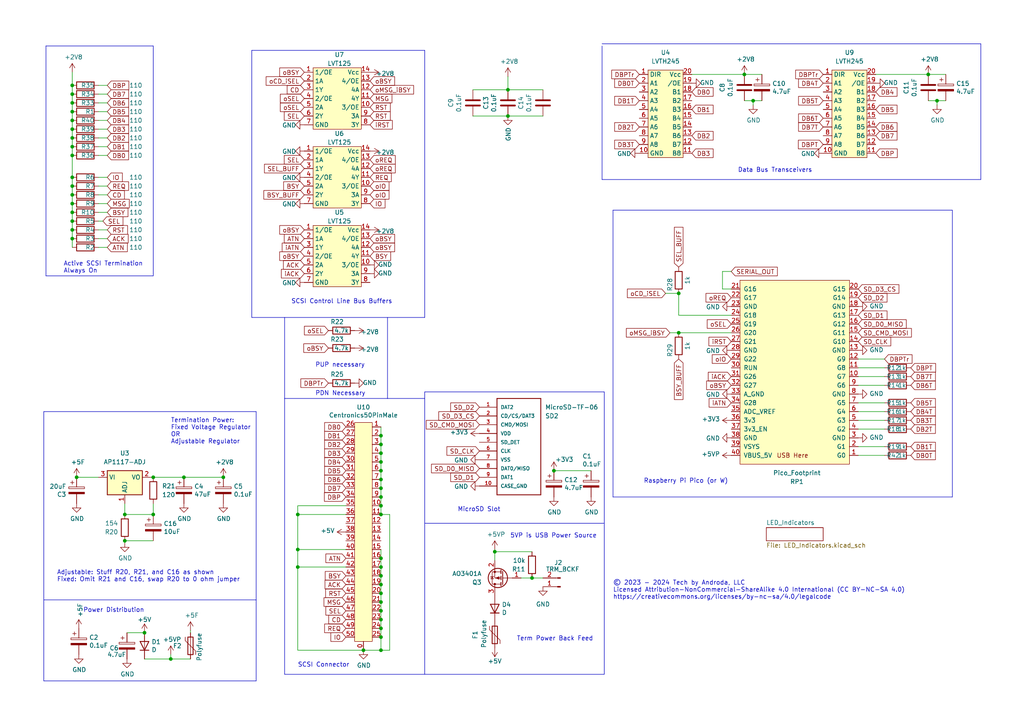
<source format=kicad_sch>
(kicad_sch (version 20231120) (generator "eeschema") (generator_version "8.0")
  (paper "A4")
  (title_block (title "BlueSCSI V2, Centronics 50 Pin, 2024.03a") (date "March 2024") (rev "1") (company "Tech by Androda, LLC"))
  (junction (at 41.91 183.515))
  (junction (at 110.49 182.245))
  (junction (at 110.49 179.705))
  (junction (at 110.49 184.785))
  (junction (at 20.955 59.055))
  (junction (at 110.49 131.445))
  (junction (at 110.49 164.465))
  (junction (at 44.45 138.43))
  (junction (at 20.955 32.385))
  (junction (at 110.49 146.685))
  (junction (at 218.44 29.21))
  (junction (at 20.955 42.545))
  (junction (at 147.32 33.655))
  (junction (at 20.955 56.515))
  (junction (at 49.53 191.135))
  (junction (at 110.49 136.525))
  (junction (at 86.36 149.225))
  (junction (at 147.32 26.035))
  (junction (at 143.51 160.02))
  (junction (at 196.85 85.09))
  (junction (at 86.36 159.385))
  (junction (at 53.34 138.43))
  (junction (at 20.955 61.595))
  (junction (at 110.49 188.595))
  (junction (at 20.955 69.215))
  (junction (at 110.49 133.985))
  (junction (at 22.225 138.43))
  (junction (at 110.49 174.625))
  (junction (at 20.955 64.135))
  (junction (at 20.955 37.465))
  (junction (at 160.655 136.525))
  (junction (at 36.195 156.845))
  (junction (at 110.49 128.905))
  (junction (at 215.9 21.59))
  (junction (at 110.49 126.365))
  (junction (at 64.77 138.43))
  (junction (at 269.24 21.59))
  (junction (at 20.955 34.925))
  (junction (at 86.36 164.465))
  (junction (at 110.49 167.005))
  (junction (at 110.49 141.605))
  (junction (at 20.955 29.845))
  (junction (at 110.49 169.545))
  (junction (at 196.85 96.52))
  (junction (at 110.49 161.925))
  (junction (at 20.955 40.005))
  (junction (at 271.78 29.21))
  (junction (at 20.955 24.765))
  (junction (at 110.49 177.165))
  (junction (at 44.45 149.225))
  (junction (at 20.955 45.085))
  (junction (at 36.195 149.225))
  (junction (at 110.49 144.145))
  (junction (at 20.955 51.435))
  (junction (at 20.955 27.305))
  (junction (at 110.49 172.085))
  (junction (at 105.41 188.595))
  (junction (at 154.305 167.64))
  (junction (at 110.49 139.065))
  (junction (at 110.49 149.225))
  (junction (at 20.955 53.975))
  (junction (at 20.955 66.675))
  (wire (pts (xy 194.31 96.52) (xy 196.85 96.52)))
  (wire (pts (xy 215.9 21.59) (xy 200.66 21.59)))
  (wire (pts (xy 110.49 141.605) (xy 110.49 144.145)))
  (polyline (pts (xy 74.295 173.99) (xy 74.295 119.38)))
  (wire (pts (xy 110.49 161.925) (xy 110.49 164.465)))
  (wire (pts (xy 43.815 138.43) (xy 44.45 138.43)))
  (wire (pts (xy 36.195 156.845) (xy 44.45 156.845)))
  (wire (pts (xy 100.33 159.385) (xy 86.36 159.385)))
  (polyline (pts (xy 175.26 151.765) (xy 175.26 113.665)))
  (wire (pts (xy 110.49 126.365) (xy 110.49 128.905)))
  (polyline (pts (xy 13.335 80.01) (xy 44.45 80.01)))
  (wire (pts (xy 271.78 29.21) (xy 271.78 30.48)))
  (wire (pts (xy 154.305 167.64) (xy 151.13 167.64)))
  (wire (pts (xy 20.955 24.765) (xy 20.955 27.305)))
  (wire (pts (xy 20.955 42.545) (xy 20.955 45.085)))
  (wire (pts (xy 49.53 191.135) (xy 55.245 191.135)))
  (polyline (pts (xy 74.295 197.485) (xy 74.295 173.99)))
  (wire (pts (xy 28.575 64.135) (xy 29.845 64.135)))
  (wire (pts (xy 269.24 29.21) (xy 271.78 29.21)))
  (wire (pts (xy 20.955 34.925) (xy 20.955 37.465)))
  (wire (pts (xy 215.9 29.21) (xy 218.44 29.21)))
  (polyline (pts (xy 74.295 173.99) (xy 74.295 173.99)))
  (wire (pts (xy 110.49 131.445) (xy 110.49 133.985)))
  (polyline (pts (xy 12.7 197.485) (xy 74.295 197.485)))
  (wire (pts (xy 147.32 33.655) (xy 157.48 33.655)))
  (wire (pts (xy 137.16 26.035) (xy 147.32 26.035)))
  (wire (pts (xy 110.49 128.905) (xy 110.49 131.445)))
  (wire (pts (xy 100.33 164.465) (xy 86.36 164.465)))
  (wire (pts (xy 28.575 42.545) (xy 31.115 42.545)))
  (polyline (pts (xy 177.8 60.96) (xy 177.8 144.145)))
  (wire (pts (xy 160.655 136.525) (xy 171.45 136.525)))
  (wire (pts (xy 248.92 119.38) (xy 256.54 119.38)))
  (wire (pts (xy 248.92 129.54) (xy 256.54 129.54)))
  (wire (pts (xy 248.92 111.76) (xy 256.54 111.76)))
  (wire (pts (xy 113.03 149.225) (xy 113.03 188.595)))
  (wire (pts (xy 110.49 159.385) (xy 110.49 161.925)))
  (wire (pts (xy 86.36 159.385) (xy 86.36 164.465)))
  (wire (pts (xy 31.115 59.055) (xy 28.575 59.055)))
  (polyline (pts (xy 175.26 195.58) (xy 175.26 151.765)))
  (polyline (pts (xy 12.7 119.38) (xy 74.295 119.38)))
  (wire (pts (xy 248.92 121.92) (xy 256.54 121.92)))
  (wire (pts (xy 110.49 169.545) (xy 110.49 172.085)))
  (wire (pts (xy 143.51 160.02) (xy 143.51 162.56)))
  (wire (pts (xy 28.575 40.005) (xy 31.115 40.005)))
  (polyline (pts (xy 12.7 173.99) (xy 74.295 173.99)))
  (polyline (pts (xy 276.225 144.145) (xy 177.8 144.145)))
  (wire (pts (xy 20.955 59.055) (xy 20.955 61.595)))
  (polyline (pts (xy 44.45 80.01) (xy 44.45 13.335)))
  (polyline (pts (xy 12.7 119.38) (xy 12.7 173.99)))
  (wire (pts (xy 212.09 91.44) (xy 196.85 91.44)))
  (polyline (pts (xy 73.025 14.605) (xy 123.19 14.605)))
  (polyline (pts (xy 73.025 92.075) (xy 123.19 92.075)))
  (wire (pts (xy 215.9 21.59) (xy 220.98 21.59)))
  (wire (pts (xy 193.04 85.09) (xy 196.85 85.09)))
  (wire (pts (xy 110.49 182.245) (xy 110.49 184.785)))
  (wire (pts (xy 28.575 53.975) (xy 31.115 53.975)))
  (wire (pts (xy 110.49 174.625) (xy 110.49 177.165)))
  (wire (pts (xy 36.195 146.05) (xy 36.195 149.225)))
  (wire (pts (xy 28.575 27.305) (xy 31.115 27.305)))
  (wire (pts (xy 86.36 146.685) (xy 86.36 149.225)))
  (wire (pts (xy 31.115 51.435) (xy 28.575 51.435)))
  (wire (pts (xy 20.955 27.305) (xy 20.955 29.845)))
  (wire (pts (xy 31.115 34.925) (xy 28.575 34.925)))
  (wire (pts (xy 20.955 32.385) (xy 20.955 34.925)))
  (wire (pts (xy 218.44 29.21) (xy 218.44 30.48)))
  (wire (pts (xy 31.115 37.465) (xy 28.575 37.465)))
  (wire (pts (xy 212.09 78.74) (xy 209.55 78.74)))
  (wire (pts (xy 20.955 66.675) (xy 20.955 69.215)))
  (wire (pts (xy 196.85 91.44) (xy 196.85 85.09)))
  (wire (pts (xy 110.49 133.985) (xy 110.49 136.525)))
  (polyline (pts (xy 174.625 13.335) (xy 174.625 52.07)))
  (wire (pts (xy 20.955 45.085) (xy 20.955 51.435)))
  (wire (pts (xy 28.575 66.675) (xy 31.115 66.675)))
  (wire (pts (xy 55.245 183.515) (xy 55.245 182.88)))
  (wire (pts (xy 196.85 96.52) (xy 212.09 96.52)))
  (wire (pts (xy 110.49 164.465) (xy 110.49 167.005)))
  (polyline (pts (xy 123.19 115.57) (xy 112.395 115.57)))
  (wire (pts (xy 110.49 177.165) (xy 110.49 179.705)))
  (polyline (pts (xy 13.335 13.335) (xy 44.45 13.335)))
  (wire (pts (xy 20.955 61.595) (xy 20.955 64.135)))
  (polyline (pts (xy 112.395 115.57) (xy 112.395 92.075)))
  (wire (pts (xy 209.55 78.74) (xy 209.55 83.82)))
  (wire (pts (xy 154.305 167.64) (xy 157.48 167.64)))
  (wire (pts (xy 110.49 188.595) (xy 105.41 188.595)))
  (wire (pts (xy 53.34 138.43) (xy 64.77 138.43)))
  (polyline (pts (xy 13.335 13.335) (xy 13.335 80.01)))
  (wire (pts (xy 147.32 26.035) (xy 157.48 26.035)))
  (wire (pts (xy 49.53 189.865) (xy 49.53 191.135)))
  (polyline (pts (xy 123.19 92.075) (xy 123.19 14.605)))
  (wire (pts (xy 248.92 116.84) (xy 256.54 116.84)))
  (wire (pts (xy 110.49 123.825) (xy 110.49 126.365)))
  (wire (pts (xy 20.955 20.955) (xy 20.955 24.765)))
  (wire (pts (xy 41.91 191.135) (xy 49.53 191.135)))
  (wire (pts (xy 36.195 156.845) (xy 36.195 157.48)))
  (polyline (pts (xy 177.8 60.96) (xy 276.225 60.96)))
  (wire (pts (xy 218.44 29.21) (xy 220.98 29.21)))
  (polyline (pts (xy 123.19 195.58) (xy 123.19 115.57)))
  (wire (pts (xy 31.115 45.085) (xy 28.575 45.085)))
  (wire (pts (xy 110.49 146.685) (xy 110.49 149.225)))
  (wire (pts (xy 110.49 172.085) (xy 110.49 174.625)))
  (wire (pts (xy 100.33 149.225) (xy 86.36 149.225)))
  (wire (pts (xy 147.32 22.225) (xy 147.32 26.035)))
  (wire (pts (xy 113.03 188.595) (xy 110.49 188.595)))
  (polyline (pts (xy 73.025 14.605) (xy 73.025 92.075)))
  (wire (pts (xy 28.575 138.43) (xy 22.225 138.43)))
  (wire (pts (xy 248.92 124.46) (xy 256.54 124.46)))
  (wire (pts (xy 110.49 144.145) (xy 110.49 146.685)))
  (polyline (pts (xy 12.7 173.99) (xy 12.7 197.485)))
  (wire (pts (xy 31.115 61.595) (xy 28.575 61.595)))
  (polyline (pts (xy 123.19 195.58) (xy 175.26 195.58)))
  (wire (pts (xy 110.49 149.225) (xy 113.03 149.225)))
  (wire (pts (xy 28.575 32.385) (xy 31.115 32.385)))
  (polyline (pts (xy 175.26 113.665) (xy 123.19 113.665)))
  (polyline (pts (xy 82.55 115.57) (xy 82.55 195.58)))
  (wire (pts (xy 248.92 104.14) (xy 256.54 104.14)))
  (wire (pts (xy 20.955 29.845) (xy 20.955 32.385)))
  (wire (pts (xy 248.92 109.22) (xy 256.54 109.22)))
  (wire (pts (xy 86.36 188.595) (xy 105.41 188.595)))
  (wire (pts (xy 110.49 139.065) (xy 110.49 141.605)))
  (polyline (pts (xy 82.55 195.58) (xy 123.19 195.58)))
  (wire (pts (xy 248.92 132.08) (xy 256.54 132.08)))
  (polyline (pts (xy 174.625 52.07) (xy 284.48 52.07)))
  (wire (pts (xy 28.575 24.765) (xy 31.115 24.765)))
  (wire (pts (xy 110.49 179.705) (xy 110.49 182.245)))
  (polyline (pts (xy 123.19 151.765) (xy 175.26 151.765)))
  (wire (pts (xy 20.955 53.975) (xy 20.955 56.515)))
  (wire (pts (xy 20.955 56.515) (xy 20.955 59.055)))
  (wire (pts (xy 110.49 167.005) (xy 110.49 169.545)))
  (wire (pts (xy 28.575 71.755) (xy 31.115 71.755)))
  (wire (pts (xy 31.115 69.215) (xy 28.575 69.215)))
  (wire (pts (xy 209.55 83.82) (xy 212.09 83.82)))
  (wire (pts (xy 248.92 106.68) (xy 256.54 106.68)))
  (wire (pts (xy 271.78 29.21) (xy 274.32 29.21)))
  (wire (pts (xy 110.49 184.785) (xy 110.49 188.595)))
  (wire (pts (xy 36.195 149.225) (xy 44.45 149.225)))
  (wire (pts (xy 44.45 138.43) (xy 53.34 138.43)))
  (polyline (pts (xy 284.48 52.07) (xy 284.48 12.7)))
  (wire (pts (xy 143.51 159.385) (xy 143.51 160.02)))
  (polyline (pts (xy 174.625 12.7) (xy 284.48 12.7)))
  (wire (pts (xy 269.24 21.59) (xy 274.32 21.59)))
  (wire (pts (xy 110.49 136.525) (xy 110.49 139.065)))
  (wire (pts (xy 20.955 51.435) (xy 20.955 53.975)))
  (polyline (pts (xy 123.19 113.665) (xy 123.19 115.57)))
  (polyline (pts (xy 276.225 60.96) (xy 276.225 144.145)))
  (wire (pts (xy 86.36 149.225) (xy 86.36 159.385)))
  (wire (pts (xy 20.955 64.135) (xy 20.955 66.675)))
  (wire (pts (xy 100.33 146.685) (xy 86.36 146.685)))
  (wire (pts (xy 137.16 33.655) (xy 147.32 33.655)))
  (wire (pts (xy 20.955 69.215) (xy 20.955 71.755)))
  (wire (pts (xy 28.575 56.515) (xy 31.115 56.515)))
  (wire (pts (xy 20.955 37.465) (xy 20.955 40.005)))
  (wire (pts (xy 44.45 146.05) (xy 44.45 149.225)))
  (polyline (pts (xy 82.55 115.57) (xy 112.395 115.57)))
  (wire (pts (xy 31.115 29.845) (xy 28.575 29.845)))
  (wire (pts (xy 36.83 183.515) (xy 41.91 183.515)))
  (polyline (pts (xy 82.55 92.075) (xy 82.55 115.57)))
  (wire (pts (xy 20.955 40.005) (xy 20.955 42.545)))
  (wire (pts (xy 269.24 21.59) (xy 254 21.59)))
  (wire (pts (xy 86.36 164.465) (xy 86.36 188.595)))
  (wire (pts (xy 154.305 160.02) (xy 143.51 160.02)))
  (text "Data Bus Transceivers" (at 213.995 50.165 0) (effects (font (size 1.27 1.27)) (justify left bottom)))
  (text "Termination Power:\nFixed Voltage Regulator\nOR\nAdjustable Regulator" (at 49.53 128.905 0) (effects (font (size 1.27 1.27)) (justify left bottom)))
  (text "Active SCSI Termination\nAlways On" (at 18.415 79.375 0) (effects (font (size 1.27 1.27)) (justify left bottom)))
  (text "© 2023 - 2024 Tech by Androda, LLC\nLicensed Attribution-NonCommercial-ShareAlike 4.0 International (CC BY-NC-SA 4.0)\nhttps://creativecommons.org/licenses/by-nc-sa/4.0/legalcode" (at 177.8 173.99 0) (effects (font (size 1.27 1.27)) (justify left bottom)))
  (text "Raspberry Pi Pico (or W)" (at 186.69 140.335 0) (effects (font (size 1.27 1.27)) (justify left bottom)))
  (text "Power Distribution" (at 24.13 177.8 0) (effects (font (size 1.27 1.27)) (justify left bottom)))
  (text "MicroSD Slot" (at 132.715 148.59 0) (effects (font (size 1.27 1.27)) (justify left bottom)))
  (text "SCSI Control Line Bus Buffers" (at 84.455 88.265 0) (effects (font (size 1.27 1.27)) (justify left bottom)))
  (text "SCSI Connector" (at 86.36 193.675 0) (effects (font (size 1.27 1.27)) (justify left bottom)))
  (text "5VP is USB Power Source" (at 147.955 156.21 0) (effects (font (size 1.27 1.27)) (justify left bottom)))
  (text "PDN Necessary" (at 91.44 114.935 0) (effects (font (size 1.27 1.27)) (justify left bottom)))
  (text "Term Power Back Feed" (at 149.86 186.055 0) (effects (font (size 1.27 1.27)) (justify left bottom)))
  (text "Adjustable: Stuff R20, R21, and C16 as shown\nFixed: Omit R21 and C16, swap R20 to 0 ohm jumper" (at 16.51 168.91 0) (effects (font (size 1.27 1.27)) (justify left bottom)))
  (text "PUP necessary" (at 91.44 106.68 0) (effects (font (size 1.27 1.27)) (justify left bottom)))
  (global_label "RST" (shape input) (at 31.115 66.675 0) (property "Intersheetrefs" "${INTERSHEET_REFS}" (effects (hide yes))))
  (global_label "oSEL" (shape input) (at 95.25 95.885 180) (property "Intersheetrefs" "${INTERSHEET_REFS}" (effects (hide yes))))
  (global_label "CD" (shape input) (at 100.33 179.705 180) (property "Intersheetrefs" "${INTERSHEET_REFS}" (effects (hide yes))))
  (global_label "MSG" (shape input) (at 107.315 28.575 0) (property "Intersheetrefs" "${INTERSHEET_REFS}" (effects (hide yes))))
  (global_label "SEL" (shape input) (at 29.845 64.135 0) (property "Intersheetrefs" "${INTERSHEET_REFS}" (effects (hide yes))))
  (global_label "DB7T" (shape input) (at 238.76 36.83 180) (property "Intersheetrefs" "${INTERSHEET_REFS}" (effects (hide yes))))
  (global_label "DB3" (shape input) (at 200.66 44.45 0) (property "Intersheetrefs" "${INTERSHEET_REFS}" (effects (hide yes))))
  (global_label "SD_D1" (shape input) (at 139.065 138.43 180) (property "Intersheetrefs" "${INTERSHEET_REFS}" (effects (hide yes))))
  (global_label "oBSY" (shape input) (at 107.315 23.495 0) (property "Intersheetrefs" "${INTERSHEET_REFS}" (effects (hide yes))))
  (global_label "DB6" (shape input) (at 254 36.83 0) (property "Intersheetrefs" "${INTERSHEET_REFS}" (effects (hide yes))))
  (global_label "SD_CLK" (shape input) (at 139.065 130.81 180) (property "Intersheetrefs" "${INTERSHEET_REFS}" (effects (hide yes))))
  (global_label "DB2T" (shape input) (at 185.42 36.83 180) (property "Intersheetrefs" "${INTERSHEET_REFS}" (effects (hide yes))))
  (global_label "DBP" (shape input) (at 100.33 144.145 180) (property "Intersheetrefs" "${INTERSHEET_REFS}" (effects (hide yes))))
  (global_label "IO" (shape input) (at 100.33 184.785 180) (property "Intersheetrefs" "${INTERSHEET_REFS}" (effects (hide yes))))
  (global_label "DB4" (shape input) (at 254 26.67 0) (property "Intersheetrefs" "${INTERSHEET_REFS}" (effects (hide yes))))
  (global_label "CD" (shape input) (at 88.265 26.035 180) (property "Intersheetrefs" "${INTERSHEET_REFS}" (effects (hide yes))))
  (global_label "DB1" (shape input) (at 31.115 42.545 0) (property "Intersheetrefs" "${INTERSHEET_REFS}" (effects (hide yes))))
  (global_label "DB1T" (shape input) (at 264.16 129.54 0) (property "Intersheetrefs" "${INTERSHEET_REFS}" (effects (hide yes))))
  (global_label "DB2" (shape input) (at 100.33 128.905 180) (property "Intersheetrefs" "${INTERSHEET_REFS}" (effects (hide yes))))
  (global_label "oIO" (shape input) (at 212.09 104.14 180) (property "Intersheetrefs" "${INTERSHEET_REFS}" (effects (hide yes))))
  (global_label "oBSY" (shape input) (at 107.315 71.755 0) (property "Intersheetrefs" "${INTERSHEET_REFS}" (effects (hide yes))))
  (global_label "DB3" (shape input) (at 31.115 37.465 0) (property "Intersheetrefs" "${INTERSHEET_REFS}" (effects (hide yes))))
  (global_label "DBPTr" (shape input) (at 95.25 111.125 180) (property "Intersheetrefs" "${INTERSHEET_REFS}" (effects (hide yes))))
  (global_label "DB5T" (shape input) (at 238.76 29.21 180) (property "Intersheetrefs" "${INTERSHEET_REFS}" (effects (hide yes))))
  (global_label "DB1T" (shape input) (at 185.42 29.21 180) (property "Intersheetrefs" "${INTERSHEET_REFS}" (effects (hide yes))))
  (global_label "SEL_BUFF" (shape input) (at 196.85 77.47 90) (property "Intersheetrefs" "${INTERSHEET_REFS}" (effects (hide yes))))
  (global_label "oMSG_iBSY" (shape input) (at 107.315 26.035 0) (property "Intersheetrefs" "${INTERSHEET_REFS}" (effects (hide yes))))
  (global_label "CD" (shape input) (at 31.115 56.515 0) (property "Intersheetrefs" "${INTERSHEET_REFS}" (effects (hide yes))))
  (global_label "DB6T" (shape input) (at 238.76 34.29 180) (property "Intersheetrefs" "${INTERSHEET_REFS}" (effects (hide yes))))
  (global_label "oREQ" (shape input) (at 107.315 46.355 0) (property "Intersheetrefs" "${INTERSHEET_REFS}" (effects (hide yes))))
  (global_label "BSY" (shape input) (at 107.315 74.295 0) (property "Intersheetrefs" "${INTERSHEET_REFS}" (effects (hide yes))))
  (global_label "REQ" (shape input) (at 31.115 53.975 0) (property "Intersheetrefs" "${INTERSHEET_REFS}" (effects (hide yes))))
  (global_label "ACK" (shape input) (at 88.265 76.835 180) (property "Intersheetrefs" "${INTERSHEET_REFS}" (effects (hide yes))))
  (global_label "iRST" (shape input) (at 107.315 36.195 0) (property "Intersheetrefs" "${INTERSHEET_REFS}" (effects (hide yes))))
  (global_label "DB1" (shape input) (at 100.33 126.365 180) (property "Intersheetrefs" "${INTERSHEET_REFS}" (effects (hide yes))))
  (global_label "iATN" (shape input) (at 88.265 71.755 180) (property "Intersheetrefs" "${INTERSHEET_REFS}" (effects (hide yes))))
  (global_label "oBSY" (shape input) (at 88.265 20.955 180) (property "Intersheetrefs" "${INTERSHEET_REFS}" (effects (hide yes))))
  (global_label "oBSY" (shape input) (at 88.265 66.675 180) (property "Intersheetrefs" "${INTERSHEET_REFS}" (effects (hide yes))))
  (global_label "DBP" (shape input) (at 31.115 24.765 0) (property "Intersheetrefs" "${INTERSHEET_REFS}" (effects (hide yes))))
  (global_label "RST" (shape input) (at 107.315 33.655 0) (property "Intersheetrefs" "${INTERSHEET_REFS}" (effects (hide yes))))
  (global_label "oBSY" (shape input) (at 88.265 74.295 180) (property "Intersheetrefs" "${INTERSHEET_REFS}" (effects (hide yes))))
  (global_label "DBPTr" (shape input) (at 185.42 21.59 180) (property "Intersheetrefs" "${INTERSHEET_REFS}" (effects (hide yes))))
  (global_label "oBSY" (shape input) (at 107.315 69.215 0) (property "Intersheetrefs" "${INTERSHEET_REFS}" (effects (hide yes))))
  (global_label "DB7T" (shape input) (at 264.16 109.22 0) (property "Intersheetrefs" "${INTERSHEET_REFS}" (effects (hide yes))))
  (global_label "SERIAL_OUT" (shape input) (at 212.09 78.74 0) (property "Intersheetrefs" "${INTERSHEET_REFS}" (effects (hide yes))))
  (global_label "BSY" (shape input) (at 100.33 167.005 180) (property "Intersheetrefs" "${INTERSHEET_REFS}" (effects (hide yes))))
  (global_label "RST" (shape input) (at 107.315 31.115 0) (property "Intersheetrefs" "${INTERSHEET_REFS}" (effects (hide yes))))
  (global_label "DB7" (shape input) (at 31.115 27.305 0) (property "Intersheetrefs" "${INTERSHEET_REFS}" (effects (hide yes))))
  (global_label "SD_D0_MISO" (shape input) (at 248.92 93.98 0) (property "Intersheetrefs" "${INTERSHEET_REFS}" (effects (hide yes))))
  (global_label "DB6" (shape input) (at 100.33 139.065 180) (property "Intersheetrefs" "${INTERSHEET_REFS}" (effects (hide yes))))
  (global_label "DB2" (shape input) (at 31.115 40.005 0) (property "Intersheetrefs" "${INTERSHEET_REFS}" (effects (hide yes))))
  (global_label "DB3T" (shape input) (at 185.42 41.91 180) (property "Intersheetrefs" "${INTERSHEET_REFS}" (effects (hide yes))))
  (global_label "DB4" (shape input) (at 31.115 34.925 0) (property "Intersheetrefs" "${INTERSHEET_REFS}" (effects (hide yes))))
  (global_label "DB0T" (shape input) (at 185.42 24.13 180) (property "Intersheetrefs" "${INTERSHEET_REFS}" (effects (hide yes))))
  (global_label "oSEL" (shape input) (at 88.265 31.115 180) (property "Intersheetrefs" "${INTERSHEET_REFS}" (effects (hide yes))))
  (global_label "oIO" (shape input) (at 107.315 56.515 0) (property "Intersheetrefs" "${INTERSHEET_REFS}" (effects (hide yes))))
  (global_label "DB5" (shape input) (at 31.115 32.385 0) (property "Intersheetrefs" "${INTERSHEET_REFS}" (effects (hide yes))))
  (global_label "SD_D3_CS" (shape input) (at 248.92 83.82 0) (property "Intersheetrefs" "${INTERSHEET_REFS}" (effects (hide yes))))
  (global_label "oMSG_iBSY" (shape input) (at 194.31 96.52 180) (property "Intersheetrefs" "${INTERSHEET_REFS}" (effects (hide yes))))
  (global_label "BSY" (shape input) (at 88.265 53.975 180) (property "Intersheetrefs" "${INTERSHEET_REFS}" (effects (hide yes))))
  (global_label "DBPT" (shape input) (at 238.76 41.91 180) (property "Intersheetrefs" "${INTERSHEET_REFS}" (effects (hide yes))))
  (global_label "SD_CMD_MOSI" (shape input) (at 139.065 123.19 180) (property "Intersheetrefs" "${INTERSHEET_REFS}" (effects (hide yes))))
  (global_label "SEL" (shape input) (at 88.265 33.655 180) (property "Intersheetrefs" "${INTERSHEET_REFS}" (effects (hide yes))))
  (global_label "BSY" (shape input) (at 31.115 61.595 0) (property "Intersheetrefs" "${INTERSHEET_REFS}" (effects (hide yes))))
  (global_label "DBPTr" (shape input) (at 256.54 104.14 0) (property "Intersheetrefs" "${INTERSHEET_REFS}" (effects (hide yes))))
  (global_label "oIO" (shape input) (at 107.315 53.975 0) (property "Intersheetrefs" "${INTERSHEET_REFS}" (effects (hide yes))))
  (global_label "DB7" (shape input) (at 100.33 141.605 180) (property "Intersheetrefs" "${INTERSHEET_REFS}" (effects (hide yes))))
  (global_label "oCD_iSEL" (shape input) (at 88.265 23.495 180) (property "Intersheetrefs" "${INTERSHEET_REFS}" (effects (hide yes))))
  (global_label "SD_CMD_MOSI" (shape input) (at 248.92 96.52 0) (property "Intersheetrefs" "${INTERSHEET_REFS}" (effects (hide yes))))
  (global_label "iRST" (shape input) (at 212.09 99.06 180) (property "Intersheetrefs" "${INTERSHEET_REFS}" (effects (hide yes))))
  (global_label "SEL_BUFF" (shape input) (at 88.265 48.895 180) (property "Intersheetrefs" "${INTERSHEET_REFS}" (effects (hide yes))))
  (global_label "DB0" (shape input) (at 100.33 123.825 180) (property "Intersheetrefs" "${INTERSHEET_REFS}" (effects (hide yes))))
  (global_label "DB7" (shape input) (at 254 39.37 0) (property "Intersheetrefs" "${INTERSHEET_REFS}" (effects (hide yes))))
  (global_label "DB6T" (shape input) (at 264.16 111.76 0) (property "Intersheetrefs" "${INTERSHEET_REFS}" (effects (hide yes))))
  (global_label "iACK" (shape input) (at 88.265 79.375 180) (property "Intersheetrefs" "${INTERSHEET_REFS}" (effects (hide yes))))
  (global_label "iATN" (shape input) (at 212.09 116.84 180) (property "Intersheetrefs" "${INTERSHEET_REFS}" (effects (hide yes))))
  (global_label "MSG" (shape input) (at 31.115 59.055 0) (property "Intersheetrefs" "${INTERSHEET_REFS}" (effects (hide yes))))
  (global_label "SD_D1" (shape input) (at 248.92 91.44 0) (property "Intersheetrefs" "${INTERSHEET_REFS}" (effects (hide yes))))
  (global_label "oSEL" (shape input) (at 212.09 93.98 180) (property "Intersheetrefs" "${INTERSHEET_REFS}" (effects (hide yes))))
  (global_label "ACK" (shape input) (at 31.115 69.215 0) (property "Intersheetrefs" "${INTERSHEET_REFS}" (effects (hide yes))))
  (global_label "DB5T" (shape input) (at 264.16 116.84 0) (property "Intersheetrefs" "${INTERSHEET_REFS}" (effects (hide yes))))
  (global_label "DB5" (shape input) (at 254 31.75 0) (property "Intersheetrefs" "${INTERSHEET_REFS}" (effects (hide yes))))
  (global_label "oSEL" (shape input) (at 88.265 28.575 180) (property "Intersheetrefs" "${INTERSHEET_REFS}" (effects (hide yes))))
  (global_label "DB5" (shape input) (at 100.33 136.525 180) (property "Intersheetrefs" "${INTERSHEET_REFS}" (effects (hide yes))))
  (global_label "DB2" (shape input) (at 200.66 39.37 0) (property "Intersheetrefs" "${INTERSHEET_REFS}" (effects (hide yes))))
  (global_label "SD_D0_MISO" (shape input) (at 139.065 135.89 180) (property "Intersheetrefs" "${INTERSHEET_REFS}" (effects (hide yes))))
  (global_label "SD_D2" (shape input) (at 248.92 86.36 0) (property "Intersheetrefs" "${INTERSHEET_REFS}" (effects (hide yes))))
  (global_label "SD_CLK" (shape input) (at 248.92 99.06 0) (property "Intersheetrefs" "${INTERSHEET_REFS}" (effects (hide yes))))
  (global_label "DB2T" (shape input) (at 264.16 124.46 0) (property "Intersheetrefs" "${INTERSHEET_REFS}" (effects (hide yes))))
  (global_label "oCD_iSEL" (shape input) (at 193.04 85.09 180) (property "Intersheetrefs" "${INTERSHEET_REFS}" (effects (hide yes))))
  (global_label "SD_D3_CS" (shape input) (at 139.065 120.65 180) (property "Intersheetrefs" "${INTERSHEET_REFS}" (effects (hide yes))))
  (global_label "REQ" (shape input) (at 107.315 51.435 0) (property "Intersheetrefs" "${INTERSHEET_REFS}" (effects (hide yes))))
  (global_label "oBSY" (shape input) (at 212.09 111.76 180) (property "Intersheetrefs" "${INTERSHEET_REFS}" (effects (hide yes))))
  (global_label "REQ" (shape input) (at 100.33 182.245 180) (property "Intersheetrefs" "${INTERSHEET_REFS}" (effects (hide yes))))
  (global_label "ATN" (shape input) (at 100.33 161.925 180) (property "Intersheetrefs" "${INTERSHEET_REFS}" (effects (hide yes))))
  (global_label "oREQ" (shape input) (at 107.315 48.895 0) (property "Intersheetrefs" "${INTERSHEET_REFS}" (effects (hide yes))))
  (global_label "BSY_BUFF" (shape input) (at 88.265 56.515 180) (property "Intersheetrefs" "${INTERSHEET_REFS}" (effects (hide yes))))
  (global_label "MSG" (shape input) (at 100.33 174.625 180) (property "Intersheetrefs" "${INTERSHEET_REFS}" (effects (hide yes))))
  (global_label "DB0" (shape input) (at 31.115 45.085 0) (property "Intersheetrefs" "${INTERSHEET_REFS}" (effects (hide yes))))
  (global_label "DB3T" (shape input) (at 264.16 121.92 0) (property "Intersheetrefs" "${INTERSHEET_REFS}" (effects (hide yes))))
  (global_label "oBSY" (shape input) (at 95.25 100.965 180) (property "Intersheetrefs" "${INTERSHEET_REFS}" (effects (hide yes))))
  (global_label "IO" (shape input) (at 31.115 51.435 0) (property "Intersheetrefs" "${INTERSHEET_REFS}" (effects (hide yes))))
  (global_label "RST" (shape input) (at 100.33 172.085 180) (property "Intersheetrefs" "${INTERSHEET_REFS}" (effects (hide yes))))
  (global_label "SEL" (shape input) (at 88.265 46.355 180) (property "Intersheetrefs" "${INTERSHEET_REFS}" (effects (hide yes))))
  (global_label "DBPT" (shape input) (at 264.16 106.68 0) (property "Intersheetrefs" "${INTERSHEET_REFS}" (effects (hide yes))))
  (global_label "ACK" (shape input) (at 100.33 169.545 180) (property "Intersheetrefs" "${INTERSHEET_REFS}" (effects (hide yes))))
  (global_label "oREQ" (shape input) (at 212.09 86.36 180) (property "Intersheetrefs" "${INTERSHEET_REFS}" (effects (hide yes))))
  (global_label "DB6" (shape input) (at 31.115 29.845 0) (property "Intersheetrefs" "${INTERSHEET_REFS}" (effects (hide yes))))
  (global_label "ATN" (shape input) (at 88.265 69.215 180) (property "Intersheetrefs" "${INTERSHEET_REFS}" (effects (hide yes))))
  (global_label "DB4T" (shape input) (at 264.16 119.38 0) (property "Intersheetrefs" "${INTERSHEET_REFS}" (effects (hide yes))))
  (global_label "BSY_BUFF" (shape input) (at 196.85 104.14 270) (property "Intersheetrefs" "${INTERSHEET_REFS}" (effects (hide yes))))
  (global_label "DB0" (shape input) (at 200.66 26.67 0) (property "Intersheetrefs" "${INTERSHEET_REFS}" (effects (hide yes))))
  (global_label "DB1" (shape input) (at 200.66 31.75 0) (property "Intersheetrefs" "${INTERSHEET_REFS}" (effects (hide yes))))
  (global_label "IO" (shape input) (at 107.315 59.055 0) (property "Intersheetrefs" "${INTERSHEET_REFS}" (effects (hide yes))))
  (global_label "SD_D2" (shape input) (at 139.065 118.11 180) (property "Intersheetrefs" "${INTERSHEET_REFS}" (effects (hide yes))))
  (global_label "DBPTr" (shape input) (at 238.76 21.59 180) (property "Intersheetrefs" "${INTERSHEET_REFS}" (effects (hide yes))))
  (global_label "SEL" (shape input) (at 100.33 177.165 180) (property "Intersheetrefs" "${INTERSHEET_REFS}" (effects (hide yes))))
  (global_label "iACK" (shape input) (at 212.09 109.22 180) (property "Intersheetrefs" "${INTERSHEET_REFS}" (effects (hide yes))))
  (global_label "DBP" (shape input) (at 254 44.45 0) (property "Intersheetrefs" "${INTERSHEET_REFS}" (effects (hide yes))))
  (global_label "DB0T" (shape input) (at 264.16 132.08 0) (property "Intersheetrefs" "${INTERSHEET_REFS}" (effects (hide yes))))
  (global_label "ATN" (shape input) (at 31.115 71.755 0) (property "Intersheetrefs" "${INTERSHEET_REFS}" (effects (hide yes))))
  (global_label "DB4" (shape input) (at 100.33 133.985 180) (property "Intersheetrefs" "${INTERSHEET_REFS}" (effects (hide yes))))
  (global_label "DB3" (shape input) (at 100.33 131.445 180) (property "Intersheetrefs" "${INTERSHEET_REFS}" (effects (hide yes))))
  (global_label "DB4T" (shape input) (at 238.76 24.13 180) (property "Intersheetrefs" "${INTERSHEET_REFS}" (effects (hide yes))))
  (symbol (lib_id "power:GND") (at 36.195 157.48 0) (unit 1)
    (property "Reference" "#PWR012" (effects (hide yes)))
    (property "Value" "GND" (at 36.322 161.8742 0))
  )
  (symbol (lib_id "power:+2V8") (at 64.77 138.43 0) (unit 1)
    (property "Reference" "#PWR015" (effects (hide yes)))
    (property "Value" "+2V8" (at 65.151 134.0358 0))
  )
  (symbol (lib_id "Device:CP") (at 53.34 142.24 0) (unit 1)
    (property "Reference" "C4" (at 56.3372 141.0716 0) (effects (justify left)))
    (property "Value" "47uF" (at 56.3372 143.383 0) (effects (justify left)))
    (property "Footprint" "Capacitor_SMD:C_1206_3216Metric_Pad1.42x1.75mm_HandSolder" (effects (hide yes)))
  )
  (symbol (lib_id "Device:CP") (at 22.225 142.24 0) (unit 1)
    (property "Reference" "C3" (at 19.2278 143.4084 0) (effects (justify right)))
    (property "Value" "20uF" (at 19.2278 141.097 0) (effects (justify right)))
    (property "Footprint" "Capacitor_SMD:C_1206_3216Metric_Pad1.42x1.75mm_HandSolder" (effects (hide yes)))
  )
  (symbol (lib_id "power:GND") (at 22.225 146.05 0) (unit 1)
    (property "Reference" "#PWR07" (effects (hide yes)))
    (property "Value" "GND" (at 22.352 150.4442 0))
  )
  (symbol (lib_id "power:GND") (at 53.34 146.05 0) (unit 1)
    (property "Reference" "#PWR013" (effects (hide yes)))
    (property "Value" "GND" (at 53.467 150.4442 0))
  )
  (symbol (lib_id "custom_symbols:+5V_TPWR") (at 41.91 183.515 0) (unit 1)
    (property "Reference" "#PWR019" (effects (hide yes)))
    (property "Value" "+5V" (at 41.91 179.705 0))
  )
  (symbol (lib_id "power:+3V3") (at 212.09 121.92 90) (unit 1)
    (property "Reference" "#PWR047" (effects (hide yes)))
    (property "Value" "+3V3" (at 208.8388 121.539 90) (effects (justify left)))
  )
  (symbol (lib_id "power:+5VP") (at 212.09 132.08 90) (unit 1)
    (property "Reference" "#PWR036" (effects (hide yes)))
    (property "Value" "+5VP" (at 208.8388 131.699 90) (effects (justify left)))
  )
  (symbol (lib_id "power:+5F") (at 22.225 138.43 0) (unit 1)
    (property "Reference" "#PWR06" (effects (hide yes)))
    (property "Value" "+5F" (at 22.606 134.0358 0))
  )
  (symbol (lib_id "power:+5F") (at 55.245 182.88 0) (unit 1)
    (property "Reference" "#PWR027" (effects (hide yes)))
    (property "Value" "+5F" (at 55.626 178.4858 0))
  )
  (symbol (lib_id "power:+5VP") (at 49.53 189.865 0) (unit 1)
    (property "Reference" "#PWR025" (effects (hide yes)))
    (property "Value" "+5VP" (at 49.911 185.4708 0))
  )
  (symbol (lib_id "custom_symbols:BlackSCSI") (at 231.14 135.89 180) (unit 1)
    (property "Reference" "RP1" (at 231.14 139.7 0))
    (property "Value" "Pico_Footprint" (at 231.14 137.16 0))
    (property "Footprint" "CustomFootprints:BluePillModule" (effects (hide yes)))
  )
  (symbol (lib_id "power:GND") (at 212.09 114.3 270) (unit 1)
    (property "Reference" "#PWR037" (effects (hide yes)))
    (property "Value" "GND" (at 208.8388 114.427 90) (effects (justify right)))
  )
  (symbol (lib_id "power:GND") (at 64.77 146.05 0) (unit 1)
    (property "Reference" "#PWR016" (effects (hide yes)))
    (property "Value" "GND" (at 64.897 150.4442 0))
  )
  (symbol (lib_id "Device:CP") (at 64.77 142.24 0) (unit 1)
    (property "Reference" "C5" (at 67.7672 141.0716 0) (effects (justify left)))
    (property "Value" "0.1uF" (at 67.7672 143.383 0) (effects (justify left)))
    (property "Footprint" "Capacitor_SMD:C_0603_1608Metric" (effects (hide yes)))
  )
  (symbol (lib_id "power:GND") (at 22.86 189.865 0) (unit 1)
    (property "Reference" "#PWR05" (effects (hide yes)))
    (property "Value" "GND" (at 22.987 194.2592 0))
  )
  (symbol (lib_id "Device:CP") (at 22.86 186.055 0) (unit 1)
    (property "Reference" "C2" (at 25.8572 184.8866 0) (effects (justify left)))
    (property "Value" "0.1uF" (at 25.8572 187.198 0) (effects (justify left)))
    (property "Footprint" "Capacitor_SMD:C_0603_1608Metric" (effects (hide yes)))
  )
  (symbol (lib_id "Device:D") (at 41.91 187.325 90) (unit 1)
    (property "Reference" "D1" (at 43.942 186.1566 90) (effects (justify right)))
    (property "Value" "D" (at 43.942 188.468 90) (effects (justify right)))
    (property "Footprint" "Diode_SMD:D_SMA" (effects (hide yes)))
  )
  (symbol (lib_id "power:GND") (at 36.83 191.135 0) (unit 1)
    (property "Reference" "#PWR018" (effects (hide yes)))
    (property "Value" "GND" (at 36.957 195.5292 0))
  )
  (symbol (lib_id "Device:CP") (at 36.83 187.325 0) (unit 1)
    (property "Reference" "C6" (at 31.75 187.96 0) (effects (justify left)))
    (property "Value" "4.7uF" (at 31.115 189.865 0) (effects (justify left)))
    (property "Footprint" "Capacitor_SMD:C_0603_1608Metric" (effects (hide yes)))
  )
  (symbol (lib_id "power:+3V3") (at 160.655 136.525 0) (unit 1)
    (property "Reference" "#PWR048" (effects (hide yes)))
    (property "Value" "+3V3" (at 161.036 133.2738 0) (effects (justify left)))
  )
  (symbol (lib_id "power:GND") (at 160.655 144.145 0) (unit 1)
    (property "Reference" "#PWR050" (effects (hide yes)))
    (property "Value" "GND" (at 160.782 148.5392 0))
  )
  (symbol (lib_id "Device:CP") (at 160.655 140.335 0) (unit 1)
    (property "Reference" "C12" (at 163.6522 139.1666 0) (effects (justify left)))
    (property "Value" "4.7uF" (at 163.6522 141.478 0) (effects (justify left)))
    (property "Footprint" "Capacitor_SMD:C_0603_1608Metric" (effects (hide yes)))
  )
  (symbol (lib_id "New_Library:LVT245") (at 246.38 17.78 0) (unit 1)
    (property "Reference" "U9" (at 246.38 15.24 0))
    (property "Value" "LVTH245" (at 246.38 17.78 0))
    (property "Footprint" "Package_SO:TSSOP-20_4.4x6.5mm_P0.65mm" (effects (hide yes)))
  )
  (symbol (lib_id "power:+2V8") (at 102.87 100.965 270) (unit 1)
    (property "Reference" "#PWR030" (effects (hide yes)))
    (property "Value" "+2V8" (at 107.2642 101.346 90))
  )
  (symbol (lib_id "power:GND") (at 271.78 30.48 0) (unit 1)
    (property "Reference" "#PWR022" (effects (hide yes)))
    (property "Value" "GND" (at 271.907 34.8742 0))
  )
  (symbol (lib_id "Device:R") (at 44.45 142.24 180) (unit 1)
    (property "Reference" "R21" (at 46.99 140.97 0) (effects (justify right)))
    (property "Value" "120" (at 46.99 143.51 0) (effects (justify right)))
    (property "Footprint" "Resistor_SMD:R_0805_2012Metric" (effects (hide yes)))
  )
  (symbol (lib_id "power:+3V3") (at 139.065 125.73 90) (unit 1)
    (property "Reference" "#PWR0101" (effects (hide yes)))
    (property "Value" "+3V3" (at 135.8138 125.349 90) (effects (justify left)))
  )
  (symbol (lib_id "power:GND") (at 107.315 76.835 90) (unit 1)
    (property "Reference" "#PWR03" (effects (hide yes)))
    (property "Value" "GND" (at 111.7092 76.708 90))
  )
  (symbol (lib_id "power:GND") (at 212.09 88.9 270) (unit 1)
    (property "Reference" "#PWR061" (effects (hide yes)))
    (property "Value" "GND" (at 208.8388 89.027 90) (effects (justify right)))
  )
  (symbol (lib_id "power:GND") (at 139.065 133.35 270) (unit 1)
    (property "Reference" "#PWR0103" (effects (hide yes)))
    (property "Value" "GND" (at 135.8138 133.477 90) (effects (justify right)))
  )
  (symbol (lib_id "power:GND") (at 88.265 59.055 270) (unit 1)
    (property "Reference" "#PWR033" (effects (hide yes)))
    (property "Value" "GND" (at 83.8708 59.182 90))
  )
  (symbol (lib_id "Device:R") (at 24.765 37.465 270) (unit 1)
    (property "Reference" "R39" (at 23.495 37.465 90) (effects (justify left)))
    (property "Value" "110" (at 37.465 37.465 90) (effects (justify left)))
    (property "Footprint" "Resistor_SMD:R_0603_1608Metric_Pad0.98x0.95mm_HandSolder" (effects (hide yes)))
  )
  (symbol (lib_id "power:GND") (at 248.92 88.9 90) (unit 1)
    (property "Reference" "#PWR064" (effects (hide yes)))
    (property "Value" "GND" (at 252.1712 88.773 90) (effects (justify right)))
  )
  (symbol (lib_id "Device:R") (at 24.765 27.305 270) (unit 1)
    (property "Reference" "R34" (at 23.495 27.305 90) (effects (justify left)))
    (property "Value" "110" (at 37.465 27.305 90) (effects (justify left)))
    (property "Footprint" "Resistor_SMD:R_0603_1608Metric_Pad0.98x0.95mm_HandSolder" (effects (hide yes)))
  )
  (symbol (lib_id "Device:R") (at 260.35 111.76 90) (unit 1)
    (property "Reference" "R14" (at 259.08 111.76 90))
    (property "Value" "1k" (at 261.62 111.76 90))
    (property "Footprint" "Resistor_SMD:R_0402_1005Metric_Pad0.72x0.64mm_HandSolder" (effects (hide yes)))
  )
  (symbol (lib_id "Device:CP") (at 274.32 25.4 0) (unit 1)
    (property "Reference" "C15" (at 277.3172 24.2316 0) (effects (justify left)))
    (property "Value" "4.7uF" (at 277.3172 26.543 0) (effects (justify left)))
    (property "Footprint" "Capacitor_SMD:C_0603_1608Metric" (effects (hide yes)))
  )
  (symbol (lib_id "power:GND") (at 254 24.13 90) (unit 1)
    (property "Reference" "#PWR020" (effects (hide yes)))
    (property "Value" "GND" (at 258.3942 24.003 90))
  )
  (symbol (lib_id "Device:R") (at 196.85 100.33 180) (unit 1)
    (property "Reference" "R29" (at 194.31 101.6 90))
    (property "Value" "1k" (at 199.39 100.33 90))
    (property "Footprint" "Resistor_SMD:R_0603_1608Metric_Pad0.98x0.95mm_HandSolder" (effects (hide yes)))
  )
  (symbol (lib_id "Device:R") (at 24.765 61.595 270) (unit 1)
    (property "Reference" "R10" (at 23.495 61.595 90) (effects (justify left)))
    (property "Value" "110" (at 37.465 61.595 90) (effects (justify left)))
    (property "Footprint" "Resistor_SMD:R_0603_1608Metric_Pad0.98x0.95mm_HandSolder" (effects (hide yes)))
  )
  (symbol (lib_id "Device:R") (at 24.765 53.975 270) (unit 1)
    (property "Reference" "R7" (at 24.765 53.975 90) (effects (justify left)))
    (property "Value" "110" (at 37.465 53.975 90) (effects (justify left)))
    (property "Footprint" "Resistor_SMD:R_0603_1608Metric_Pad0.98x0.95mm_HandSolder" (effects (hide yes)))
  )
  (symbol (lib_id "Transistor_FET:AO3401A") (at 146.05 167.64 180) (unit 1)
    (property "Reference" "Q3" (at 139.7 168.91 0) (effects (justify left)))
    (property "Value" "AO3401A" (at 139.7 166.37 0) (effects (justify left)))
    (property "Footprint" "Package_TO_SOT_SMD:SOT-23" (effects (hide yes)))
    (property "Datasheet" "http://www.aosmd.com/pdfs/datasheet/AO3401A.pdf" (effects (hide yes)))
  )
  (symbol (lib_id "Device:R") (at 24.765 42.545 270) (unit 1)
    (property "Reference" "R37" (at 23.495 42.545 90) (effects (justify left)))
    (property "Value" "110" (at 37.465 42.545 90) (effects (justify left)))
    (property "Footprint" "Resistor_SMD:R_0603_1608Metric_Pad0.98x0.95mm_HandSolder" (effects (hide yes)))
  )
  (symbol (lib_id "power:GND") (at 212.09 127 270) (unit 1)
    (property "Reference" "#PWR063" (effects (hide yes)))
    (property "Value" "GND" (at 208.8388 127.127 90) (effects (justify right)))
  )
  (symbol (lib_id "custom_symbols:Centronics50PinMale") (at 105.41 120.015 0) (unit 1)
    (property "Reference" "U10" (at 105.41 118.11 0))
    (property "Value" "Centronics50PinMale" (at 105.41 120.4214 0))
    (property "Footprint" "Library:Centronics50Male" (effects (hide yes)))
  )
  (symbol (lib_id "power:+2V8") (at 147.32 22.225 0) (unit 1)
    (property "Reference" "#PWR055" (effects (hide yes)))
    (property "Value" "+2V8" (at 147.701 17.8308 0))
  )
  (symbol (lib_id "Device:D") (at 143.51 176.53 90) (unit 1)
    (property "Reference" "D4" (at 145.542 175.3616 90) (effects (justify right)))
    (property "Value" "D" (at 145.542 177.673 90) (effects (justify right)))
    (property "Footprint" "Diode_SMD:D_SMA" (effects (hide yes)))
  )
  (symbol (lib_id "Device:Polyfuse") (at 143.51 184.15 180) (unit 1)
    (property "Reference" "F1" (at 137.795 182.88 90) (effects (justify left)))
    (property "Value" "Polyfuse" (at 140.335 179.705 90) (effects (justify left)))
    (property "Footprint" "Fuse:Fuse_0805_2012Metric_Pad1.15x1.40mm_HandSolder" (effects (hide yes)))
  )
  (symbol (lib_id "Device:R") (at 260.35 109.22 90) (unit 1)
    (property "Reference" "R13" (at 259.08 109.22 90))
    (property "Value" "1k" (at 261.62 109.22 90))
    (property "Footprint" "Resistor_SMD:R_0402_1005Metric_Pad0.72x0.64mm_HandSolder" (effects (hide yes)))
  )
  (symbol (lib_id "Device:R") (at 260.35 132.08 90) (unit 1)
    (property "Reference" "R42" (at 259.08 132.08 90))
    (property "Value" "1k" (at 261.62 132.08 90))
    (property "Footprint" "Resistor_SMD:R_0402_1005Metric_Pad0.72x0.64mm_HandSolder" (effects (hide yes)))
  )
  (symbol (lib_id "power:GND") (at 88.265 43.815 270) (unit 1)
    (property "Reference" "#PWR028" (effects (hide yes)))
    (property "Value" "GND" (at 83.8708 43.942 90))
  )
  (symbol (lib_id "Connector:Conn_01x02_Pin") (at 162.56 170.18 180) (unit 1)
    (property "Reference" "J2" (at 161.925 163.195 0))
    (property "Value" "TRM_BCKF" (at 163.195 165.1 0))
    (property "Footprint" "Connector_PinHeader_2.54mm:PinHeader_1x02_P2.54mm_Vertical" (effects (hide yes)))
  )
  (symbol (lib_id "power:GND") (at 218.44 30.48 0) (unit 1)
    (property "Reference" "#PWR010" (effects (hide yes)))
    (property "Value" "GND" (at 218.567 34.8742 0))
  )
  (symbol (lib_id "Device:R") (at 99.06 111.125 90) (unit 1)
    (property "Reference" "R25" (at 97.79 108.585 90))
    (property "Value" "4.7k" (at 99.06 111.125 90))
    (property "Footprint" "Resistor_SMD:R_0603_1608Metric_Pad0.98x0.95mm_HandSolder" (effects (hide yes)))
  )
  (symbol (lib_id "Device:R") (at 24.765 71.755 270) (unit 1)
    (property "Reference" "R2" (at 24.765 71.755 90) (effects (justify left)))
    (property "Value" "110" (at 37.465 71.755 90) (effects (justify left)))
    (property "Footprint" "Resistor_SMD:R_0603_1608Metric_Pad0.98x0.95mm_HandSolder" (effects (hide yes)))
  )
  (symbol (lib_id "Device:R") (at 24.765 69.215 270) (unit 1)
    (property "Reference" "R3" (at 24.765 69.215 90) (effects (justify left)))
    (property "Value" "110" (at 37.465 69.215 90) (effects (justify left)))
    (property "Footprint" "Resistor_SMD:R_0603_1608Metric_Pad0.98x0.95mm_HandSolder" (effects (hide yes)))
  )
  (symbol (lib_id "Device:CP") (at 44.45 153.035 0) (unit 1)
    (property "Reference" "C16" (at 47.4472 151.8666 0) (effects (justify left)))
    (property "Value" "10uF" (at 47.4472 154.178 0) (effects (justify left)))
    (property "Footprint" "Capacitor_SMD:C_0603_1608Metric" (effects (hide yes)))
  )
  (symbol (lib_id "power:+2V8") (at 107.315 66.675 270) (unit 1)
    (property "Reference" "#PWR053" (effects (hide yes)))
    (property "Value" "+2V8" (at 111.7092 67.056 90))
  )
  (symbol (lib_id "Device:R") (at 260.35 129.54 90) (unit 1)
    (property "Reference" "R19" (at 259.08 129.54 90))
    (property "Value" "1k" (at 261.62 129.54 90))
    (property "Footprint" "Resistor_SMD:R_0402_1005Metric_Pad0.72x0.64mm_HandSolder" (effects (hide yes)))
  )
  (symbol (lib_id "power:GND") (at 102.87 111.125 90) (unit 1)
    (property "Reference" "#PWR0106" (effects (hide yes)))
    (property "Value" "GND" (at 107.2642 110.998 90))
  )
  (symbol (lib_id "Device:R") (at 24.765 34.925 270) (unit 1)
    (property "Reference" "R40" (at 23.495 34.925 90) (effects (justify left)))
    (property "Value" "110" (at 37.465 34.925 90) (effects (justify left)))
    (property "Footprint" "Resistor_SMD:R_0603_1608Metric_Pad0.98x0.95mm_HandSolder" (effects (hide yes)))
  )
  (symbol (lib_id "Device:R") (at 24.765 64.135 270) (unit 1)
    (property "Reference" "R5" (at 24.765 64.135 90) (effects (justify left)))
    (property "Value" "110" (at 37.465 64.135 90) (effects (justify left)))
    (property "Footprint" "Resistor_SMD:R_0603_1608Metric_Pad0.98x0.95mm_HandSolder" (effects (hide yes)))
  )
  (symbol (lib_id "power:GND") (at 248.92 114.3 90) (unit 1)
    (property "Reference" "#PWR066" (effects (hide yes)))
    (property "Value" "GND" (at 252.1712 114.173 90) (effects (justify right)))
  )
  (symbol (lib_id "Device:R") (at 24.765 66.675 270) (unit 1)
    (property "Reference" "R4" (at 24.765 66.675 90) (effects (justify left)))
    (property "Value" "110" (at 37.465 66.675 90) (effects (justify left)))
    (property "Footprint" "Resistor_SMD:R_0603_1608Metric_Pad0.98x0.95mm_HandSolder" (effects (hide yes)))
  )
  (symbol (lib_id "Device:R") (at 260.35 119.38 90) (unit 1)
    (property "Reference" "R16" (at 259.08 119.38 90))
    (property "Value" "1k" (at 261.62 119.38 90))
    (property "Footprint" "Resistor_SMD:R_0402_1005Metric_Pad0.72x0.64mm_HandSolder" (effects (hide yes)))
  )
  (symbol (lib_id "power:+5F") (at 22.86 182.245 0) (unit 1)
    (property "Reference" "#PWR0116" (effects (hide yes)))
    (property "Value" "+5F" (at 23.241 178.9938 90) (effects (justify left)))
  )
  (symbol (lib_id "power:+2V8") (at 102.87 95.885 270) (unit 1)
    (property "Reference" "#PWR040" (effects (hide yes)))
    (property "Value" "+2V8" (at 107.2642 96.266 90))
  )
  (symbol (lib_id "Device:R") (at 99.06 95.885 90) (unit 1)
    (property "Reference" "R22" (at 97.79 93.345 90))
    (property "Value" "4.7k" (at 99.06 95.885 90))
    (property "Footprint" "Resistor_SMD:R_0603_1608Metric_Pad0.98x0.95mm_HandSolder" (effects (hide yes)))
  )
  (symbol (lib_id "Device:R") (at 260.35 124.46 90) (unit 1)
    (property "Reference" "R18" (at 259.08 124.46 90))
    (property "Value" "1k" (at 261.62 124.46 90))
    (property "Footprint" "Resistor_SMD:R_0402_1005Metric_Pad0.72x0.64mm_HandSolder" (effects (hide yes)))
  )
  (symbol (lib_id "power:GND") (at 88.265 51.435 270) (unit 1)
    (property "Reference" "#PWR031" (effects (hide yes)))
    (property "Value" "GND" (at 83.8708 51.562 90))
  )
  (symbol (lib_id "power:GND") (at 147.32 33.655 0) (unit 1)
    (property "Reference" "#PWR056" (effects (hide yes)))
    (property "Value" "GND" (at 147.447 36.9062 90) (effects (justify right)))
  )
  (symbol (lib_id "power:+2V8") (at 20.955 20.955 0) (unit 1)
    (property "Reference" "#PWR052" (effects (hide yes)))
    (property "Value" "+2V8" (at 21.336 16.5608 0))
  )
  (symbol (lib_id "Device:R") (at 154.305 163.83 180) (unit 1)
    (property "Reference" "R11" (at 152.4 165.1 0) (effects (justify left)))
    (property "Value" "10k" (at 152.4 162.56 0) (effects (justify left)))
    (property "Footprint" "Resistor_SMD:R_0603_1608Metric" (effects (hide yes)))
  )
  (symbol (lib_id "power:GND") (at 105.41 188.595 0) (unit 1)
    (property "Reference" "#PWR017" (effects (hide yes)))
    (property "Value" "GND" (at 105.537 192.9892 0))
  )
  (symbol (lib_id "New_Library:LVT125") (at 98.425 41.275 0) (unit 1)
    (property "Reference" "U6" (at 98.425 38.735 0))
    (property "Value" "LVT125" (at 98.425 41.275 0))
    (property "Footprint" "Package_SO:TSSOP-14_4.4x5mm_P0.65mm" (effects (hide yes)))
  )
  (symbol (lib_id "Regulator_Linear:AP1117-ADJ") (at 36.195 138.43 0) (unit 1)
    (property "Reference" "U3" (at 36.195 131.445 0))
    (property "Value" "AP1117-ADJ" (at 36.195 133.985 0))
    (property "Footprint" "Package_TO_SOT_SMD:SOT-223-3_TabPin2" (effects (hide yes)))
    (property "Datasheet" "http://www.diodes.com/datasheets/AP1117.pdf" (effects (hide yes)))
  )
  (symbol (lib_id "power:+5VP") (at 143.51 159.385 0) (unit 1)
    (property "Reference" "#PWR034" (effects (hide yes)))
    (property "Value" "+5VP" (at 143.891 154.9908 0))
  )
  (symbol (lib_id "power:GND") (at 88.265 36.195 270) (unit 1)
    (property "Reference" "#PWR057" (effects (hide yes)))
    (property "Value" "GND" (at 83.8708 36.322 90))
  )
  (symbol (lib_id "Device:C") (at 137.16 29.845 180) (unit 1)
    (property "Reference" "C9" (at 130.7592 29.845 90))
    (property "Value" "0.1uF" (at 133.0706 29.845 90))
    (property "Footprint" "Capacitor_SMD:C_0603_1608Metric" (effects (hide yes)))
  )
  (symbol (lib_id "Device:R") (at 24.765 45.085 270) (unit 1)
    (property "Reference" "R36" (at 23.495 45.085 90) (effects (justify left)))
    (property "Value" "110" (at 37.465 45.085 90) (effects (justify left)))
    (property "Footprint" "Resistor_SMD:R_0603_1608Metric_Pad0.98x0.95mm_HandSolder" (effects (hide yes)))
  )
  (symbol (lib_id "power:+2V8") (at 269.24 21.59 0) (unit 1)
    (property "Reference" "#PWR021" (effects (hide yes)))
    (property "Value" "+2V8" (at 269.621 17.1958 0))
  )
  (symbol (lib_id "Device:R") (at 260.35 121.92 90) (unit 1)
    (property "Reference" "R17" (at 259.08 121.92 90))
    (property "Value" "1k" (at 261.62 121.92 90))
    (property "Footprint" "Resistor_SMD:R_0402_1005Metric_Pad0.72x0.64mm_HandSolder" (effects (hide yes)))
  )
  (symbol (lib_id "Device:R") (at 99.06 100.965 90) (unit 1)
    (property "Reference" "R23" (at 97.79 98.425 90))
    (property "Value" "4.7k" (at 99.06 100.965 90))
    (property "Footprint" "Resistor_SMD:R_0603_1608Metric_Pad0.98x0.95mm_HandSolder" (effects (hide yes)))
  )
  (symbol (lib_id "power:GND") (at 185.42 44.45 270) (unit 1)
    (property "Reference" "#PWR02" (effects (hide yes)))
    (property "Value" "GND" (at 181.0258 44.577 90))
  )
  (symbol (lib_id "Device:R") (at 36.195 153.035 180) (unit 1)
    (property "Reference" "R20" (at 34.29 154.305 0) (effects (justify left)))
    (property "Value" "154" (at 34.29 151.765 0) (effects (justify left)))
    (property "Footprint" "Resistor_SMD:R_0603_1608Metric" (effects (hide yes)))
  )
  (symbol (lib_id "New_Library:MicroSD-TF-06") (at 139.065 118.11 0) (unit 1)
    (property "Reference" "SD2" (at 158.115 120.65 0) (effects (justify left)))
    (property "Value" "MicroSD-TF-06" (at 158.115 118.11 0) (effects (justify left)))
    (property "Footprint" "Library:TF-06_MicroSD" (effects (hide yes)))
    (property "MANUFACTURER_PART_NUMBER" "C693844" (effects (hide yes)))
  )
  (symbol (lib_id "power:GND") (at 200.66 24.13 90) (unit 1)
    (property "Reference" "#PWR08" (effects (hide yes)))
    (property "Value" "GND" (at 205.0542 24.003 90))
  )
  (symbol (lib_id "Device:R") (at 260.35 116.84 90) (unit 1)
    (property "Reference" "R15" (at 259.08 116.84 90))
    (property "Value" "1k" (at 261.62 116.84 90))
    (property "Footprint" "Resistor_SMD:R_0402_1005Metric_Pad0.72x0.64mm_HandSolder" (effects (hide yes)))
  )
  (symbol (lib_id "Device:R") (at 24.765 56.515 270) (unit 1)
    (property "Reference" "R8" (at 24.765 56.515 90) (effects (justify left)))
    (property "Value" "110" (at 37.465 56.515 90) (effects (justify left)))
    (property "Footprint" "Resistor_SMD:R_0603_1608Metric_Pad0.98x0.95mm_HandSolder" (effects (hide yes)))
  )
  (symbol (lib_id "power:GND") (at 248.92 127 90) (unit 1)
    (property "Reference" "#PWR067" (effects (hide yes)))
    (property "Value" "GND" (at 252.1712 126.873 90) (effects (justify right)))
  )
  (symbol (lib_id "Device:R") (at 196.85 81.28 180) (unit 1)
    (property "Reference" "R28" (at 194.31 82.55 90))
    (property "Value" "1k" (at 199.39 81.28 90))
    (property "Footprint" "Resistor_SMD:R_0603_1608Metric_Pad0.98x0.95mm_HandSolder" (effects (hide yes)))
  )
  (symbol (lib_id "power:GND") (at 212.09 101.6 270) (unit 1)
    (property "Reference" "#PWR062" (effects (hide yes)))
    (property "Value" "GND" (at 208.8388 101.727 90) (effects (justify right)))
  )
  (symbol (lib_id "Device:R") (at 24.765 51.435 270) (unit 1)
    (property "Reference" "R6" (at 24.765 51.435 90) (effects (justify left)))
    (property "Value" "110" (at 37.465 51.435 90) (effects (justify left)))
    (property "Footprint" "Resistor_SMD:R_0603_1608Metric_Pad0.98x0.95mm_HandSolder" (effects (hide yes)))
  )
  (symbol (lib_id "Device:C") (at 147.32 29.845 180) (unit 1)
    (property "Reference" "C13" (at 140.9192 29.845 90))
    (property "Value" "0.1uF" (at 143.2306 29.845 90))
    (property "Footprint" "Capacitor_SMD:C_0603_1608Metric" (effects (hide yes)))
  )
  (symbol (lib_id "Device:C") (at 157.48 29.845 180) (unit 1)
    (property "Reference" "C14" (at 151.0792 29.845 90))
    (property "Value" "0.1uF" (at 153.3906 29.845 90))
    (property "Footprint" "Capacitor_SMD:C_0603_1608Metric" (effects (hide yes)))
  )
  (symbol (lib_id "New_Library:LVT125") (at 98.425 64.135 0) (unit 1)
    (property "Reference" "U5" (at 98.425 61.595 0))
    (property "Value" "LVT125" (at 98.425 64.135 0))
    (property "Footprint" "Package_SO:TSSOP-14_4.4x5mm_P0.65mm" (effects (hide yes)))
  )
  (symbol (lib_id "Device:Polyfuse") (at 55.245 187.325 0) (unit 1)
    (property "Reference" "F2" (at 50.165 187.325 0) (effects (justify left)))
    (property "Value" "Polyfuse" (at 57.785 191.77 90) (effects (justify left)))
    (property "Footprint" "Fuse:Fuse_0805_2012Metric_Pad1.15x1.40mm_HandSolder" (effects (hide yes)))
  )
  (symbol (lib_id "Device:R") (at 24.765 29.845 270) (unit 1)
    (property "Reference" "R33" (at 23.495 29.845 90) (effects (justify left)))
    (property "Value" "110" (at 37.465 29.845 90) (effects (justify left)))
    (property "Footprint" "Resistor_SMD:R_0603_1608Metric_Pad0.98x0.95mm_HandSolder" (effects (hide yes)))
  )
  (symbol (lib_id "power:GND") (at 88.265 81.915 270) (unit 1)
    (property "Reference" "#PWR024" (effects (hide yes)))
    (property "Value" "GND" (at 83.8708 82.042 90))
  )
  (symbol (lib_id "Device:C") (at 215.9 25.4 0) (unit 1)
    (property "Reference" "C8" (at 209.4992 25.4 90))
    (property "Value" "0.1uF" (at 211.8106 25.4 90))
    (property "Footprint" "Capacitor_SMD:C_0603_1608Metric" (effects (hide yes)))
  )
  (symbol (lib_id "Device:CP") (at 220.98 25.4 0) (unit 1)
    (property "Reference" "C10" (at 223.9772 24.2316 0) (effects (justify left)))
    (property "Value" "4.7uF" (at 223.9772 26.543 0) (effects (justify left)))
    (property "Footprint" "Capacitor_SMD:C_0603_1608Metric" (effects (hide yes)))
  )
  (symbol (lib_id "power:GND") (at 107.315 79.375 90) (unit 1)
    (property "Reference" "#PWR04" (effects (hide yes)))
    (property "Value" "GND" (at 111.7092 79.248 90))
  )
  (symbol (lib_id "custom_symbols:+5V_TPWR") (at 100.33 154.305 90) (unit 1)
    (property "Reference" "#PWR014" (effects (hide yes)))
    (property "Value" "+5V" (at 97.0788 153.924 90) (effects (justify left)))
  )
  (symbol (lib_id "power:+2V8") (at 215.9 21.59 0) (unit 1)
    (property "Reference" "#PWR09" (effects (hide yes)))
    (property "Value" "+2V8" (at 216.281 17.1958 0))
  )
  (symbol (lib_id "New_Library:LVT125") (at 98.425 18.415 0) (unit 1)
    (property "Reference" "U7" (at 98.425 15.875 0))
    (property "Value" "LVT125" (at 98.425 18.415 0))
    (property "Footprint" "Package_SO:TSSOP-14_4.4x5mm_P0.65mm" (effects (hide yes)))
  )
  (symbol (lib_id "Device:CP") (at 171.45 140.335 0) (unit 1)
    (property "Reference" "C1" (at 168.91 132.3086 0) (effects (justify left)))
    (property "Value" "0.1uF" (at 168.91 134.62 0) (effects (justify left)))
    (property "Footprint" "Capacitor_SMD:C_0603_1608Metric" (effects (hide yes)))
  )
  (symbol (lib_id "Device:R") (at 24.765 40.005 270) (unit 1)
    (property "Reference" "R38" (at 23.495 40.005 90) (effects (justify left)))
    (property "Value" "110" (at 37.465 40.005 90) (effects (justify left)))
    (property "Footprint" "Resistor_SMD:R_0603_1608Metric_Pad0.98x0.95mm_HandSolder" (effects (hide yes)))
  )
  (symbol (lib_id "power:+2V8") (at 107.315 20.955 270) (unit 1)
    (property "Reference" "#PWR060" (effects (hide yes)))
    (property "Value" "+2V8" (at 111.7092 21.336 90))
  )
  (symbol (lib_id "Device:C") (at 269.24 25.4 0) (unit 1)
    (property "Reference" "C11" (at 262.8392 25.4 90))
    (property "Value" "0.1uF" (at 265.1506 25.4 90))
    (property "Footprint" "Capacitor_SMD:C_0603_1608Metric" (effects (hide yes)))
  )
  (symbol (lib_id "Device:R") (at 24.765 32.385 270) (unit 1)
    (property "Reference" "R1" (at 24.765 32.385 90) (effects (justify left)))
    (property "Value" "110" (at 37.465 32.385 90) (effects (justify left)))
    (property "Footprint" "Resistor_SMD:R_0603_1608Metric_Pad0.98x0.95mm_HandSolder" (effects (hide yes)))
  )
  (symbol (lib_id "power:+2V8") (at 107.315 43.815 270) (unit 1)
    (property "Reference" "#PWR054" (effects (hide yes)))
    (property "Value" "+2V8" (at 111.7092 44.196 90))
  )
  (symbol (lib_id "Device:R") (at 24.765 24.765 270) (unit 1)
    (property "Reference" "R35" (at 23.495 24.765 90) (effects (justify left)))
    (property "Value" "110" (at 37.465 24.765 90) (effects (justify left)))
    (property "Footprint" "Resistor_SMD:R_0603_1608Metric_Pad0.98x0.95mm_HandSolder" (effects (hide yes)))
  )
  (symbol (lib_name "GND_1") (lib_id "power:GND") (at 157.48 170.18 0) (unit 1)
    (property "Reference" "#PWR035" (effects (hide yes)))
    (property "Value" "GND" (at 157.48 175.26 0))
  )
  (symbol (lib_id "Device:R") (at 260.35 106.68 90) (unit 1)
    (property "Reference" "R12" (at 259.08 106.68 90))
    (property "Value" "1k" (at 261.62 106.68 90))
    (property "Footprint" "Resistor_SMD:R_0402_1005Metric_Pad0.72x0.64mm_HandSolder" (effects (hide yes)))
  )
  (symbol (lib_id "power:GND") (at 171.45 144.145 0) (unit 1)
    (property "Reference" "#PWR01" (effects (hide yes)))
    (property "Value" "GND" (at 171.577 148.5392 0))
  )
  (symbol (lib_id "New_Library:LVT245") (at 193.04 17.78 0) (unit 1)
    (property "Reference" "U4" (at 193.04 15.24 0))
    (property "Value" "LVTH245" (at 193.04 17.78 0))
    (property "Footprint" "Package_SO:TSSOP-20_4.4x6.5mm_P0.65mm" (effects (hide yes)))
  )
  (symbol (lib_id "power:GND") (at 248.92 101.6 90) (unit 1)
    (property "Reference" "#PWR065" (effects (hide yes)))
    (property "Value" "GND" (at 252.1712 101.473 90) (effects (justify right)))
  )
  (symbol (lib_id "Device:R") (at 24.765 59.055 270) (unit 1)
    (property "Reference" "R9" (at 24.765 59.055 90) (effects (justify left)))
    (property "Value" "110" (at 37.465 59.055 90) (effects (justify left)))
    (property "Footprint" "Resistor_SMD:R_0603_1608Metric_Pad0.98x0.95mm_HandSolder" (effects (hide yes)))
  )
  (symbol (lib_id "custom_symbols:+5V_TPWR") (at 143.51 187.96 180) (unit 1)
    (property "Reference" "#PWR032" (effects (hide yes)))
    (property "Value" "+5V" (at 143.51 191.77 0))
  )
  (symbol (lib_id "power:GND") (at 139.065 140.97 270) (unit 1)
    (property "Reference" "#PWR0102" (effects (hide yes)))
    (property "Value" "GND" (at 135.8138 141.097 90) (effects (justify right)))
  )
  (symbol (lib_id "power:GND") (at 238.76 44.45 270) (unit 1)
    (property "Reference" "#PWR011" (effects (hide yes)))
    (property "Value" "GND" (at 234.3658 44.577 90))
  )
  (sheet (at 222.25 153.035) (size 16.51 3.81) (stroke (width 0.1524))
    (property "Sheetname" "LED_Indicators" (at 222.25 152.3234 0) (effects (justify left bottom)))
    (property "Sheetfile" "LED_Indicators.kicad_sch" (at 222.25 157.4296 0) (effects (justify left top)))
  )
)
</source>
